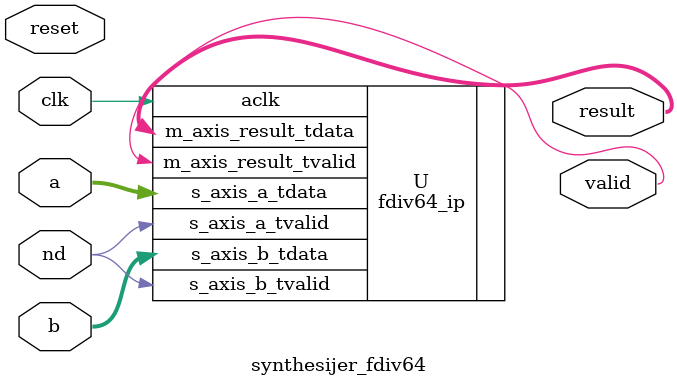
<source format=v>
`default_nettype none

module synthesijer_fdiv64
  (
   input wire 	      clk,
   input wire 	      reset,
   input wire [63:0]  a,
   input wire [63:0]  b,
   input wire 	      nd,
   output wire [63:0] result,
   output wire 	      valid
   );

   fdiv64_ip U(.aclk(clk),
	       .s_axis_a_tdata(a),
	       .s_axis_a_tvalid(nd),
	       .s_axis_b_tdata(b),
	       .s_axis_b_tvalid(nd),
	       .m_axis_result_tvalid(valid),
	       .m_axis_result_tdata(result)
	       );
   
endmodule // synthesijer_fdiv64

`default_nettype wire

</source>
